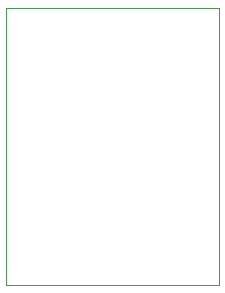
<source format=gbr>
%TF.GenerationSoftware,KiCad,Pcbnew,9.0.0*%
%TF.CreationDate,2025-02-20T21:13:30+01:00*%
%TF.ProjectId,chouchou_mx,63686f75-6368-46f7-955f-6d782e6b6963,v1.0.0*%
%TF.SameCoordinates,Original*%
%TF.FileFunction,Legend,Top*%
%TF.FilePolarity,Positive*%
%FSLAX46Y46*%
G04 Gerber Fmt 4.6, Leading zero omitted, Abs format (unit mm)*
G04 Created by KiCad (PCBNEW 9.0.0) date 2025-02-20 21:13:30*
%MOMM*%
%LPD*%
G01*
G04 APERTURE LIST*
%ADD10C,0.120000*%
G04 APERTURE END LIST*
D10*
%TO.C,RP2040Zero1*%
X135100600Y-132422600D02*
X117100600Y-132422600D01*
X117100600Y-132422600D02*
X117100600Y-155922600D01*
X117100600Y-155922600D02*
X135100600Y-155922600D01*
X135100600Y-155922600D02*
X135100600Y-132422600D01*
%TD*%
M02*

</source>
